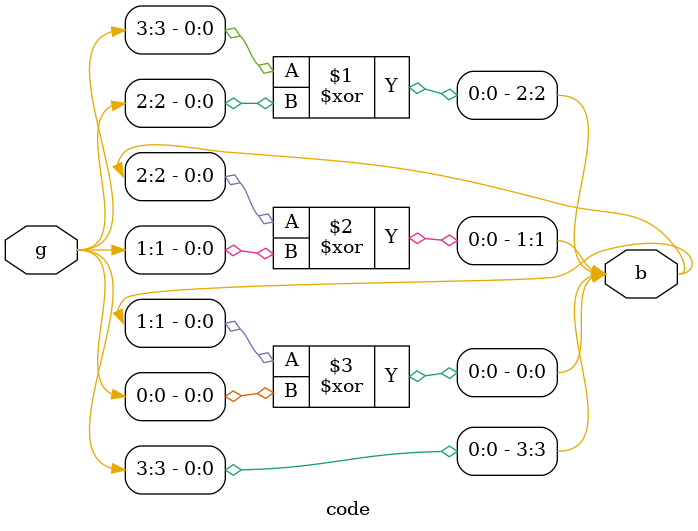
<source format=v>
module code(
input [3:0]g,
output [3:0]b);

assign b[3] = g[3];
assign b[2] = b[3]^g[2];
assign b[1] = b[2]^g[1];
assign b[0] = b[1]^g[0];
endmodule



</source>
